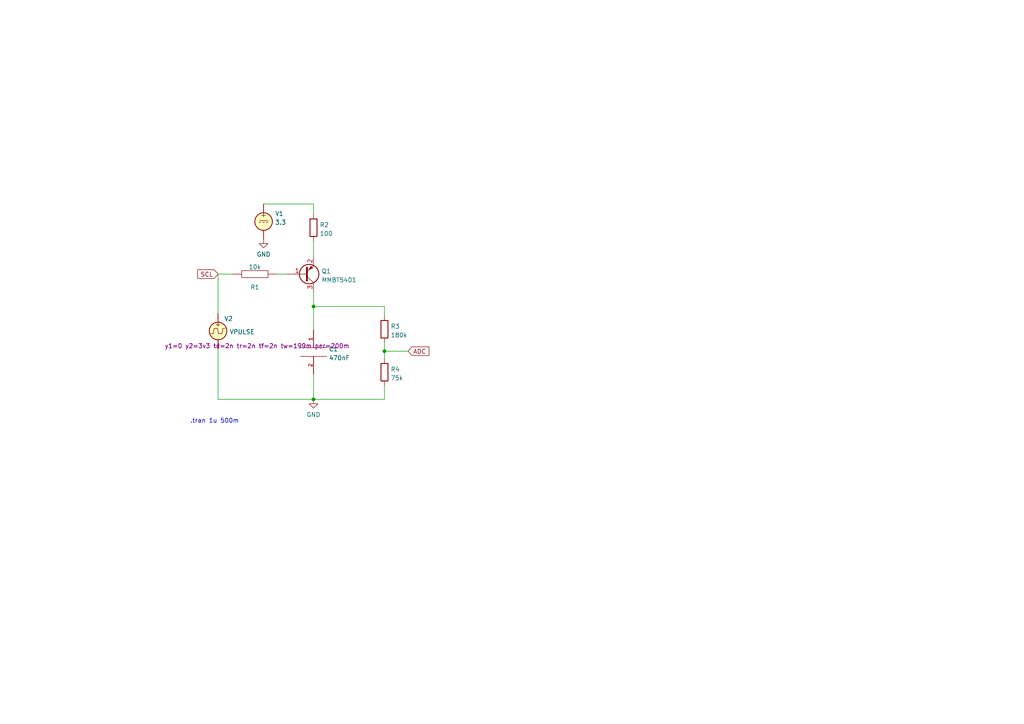
<source format=kicad_sch>
(kicad_sch (version 20211123) (generator eeschema)
  (paper "A4")
  (lib_symbols
    (symbol "Device:R" (pin_numbers hide) (pin_names (offset 0))
      (property "Reference" "R" (at 2.032 0 90))
      (property "Value" "R" (at 0 0 90))
      (symbol "R_0_1"
        (rectangle (start -1.016 -2.54) (end 1.016 2.54) (stroke (width 0.254)))
      )
      (symbol "R_1_1"
        (pin passive line (at 0 3.81 270) (length 1.27) (name "~") (number "1"))
        (pin passive line (at 0 -3.81 90) (length 1.27) (name "~") (number "2"))
      )
    )
    (symbol "Simulation_SPICE:VDC" (pin_numbers hide) (pin_names (offset 0.0254))
      (property "Reference" "V" (at 2.54 2.54 0))
      (property "Value" "VDC" (at 2.54 0 0))
      (property "Spice_Model" "dc(1)" (at 2.54 -2.54 0))
      (symbol "VDC_0_0"
        (polyline (pts (xy -1.27 0.254) (xy 1.27 0.254)))
        (polyline (pts (xy -0.762 -0.254) (xy -1.27 -0.254)))
        (polyline (pts (xy 0.254 -0.254) (xy -0.254 -0.254)))
        (polyline (pts (xy 1.27 -0.254) (xy 0.762 -0.254)))
        (text "+" (at 0 1.905 0) (effects (font (size 1.27 1.27))))
      )
      (symbol "VDC_0_1"
        (circle (center 0 0) (radius 2.54) (stroke (width 0.254)) (fill (type background)))
      )
      (symbol "VDC_1_1"
        (pin passive line (at 0 5.08 270) (length 2.54) (name "~") (number "1"))
        (pin passive line (at 0 -5.08 90) (length 2.54) (name "~") (number "2"))
      )
    )
    (symbol "Simulation_SPICE:VPULSE" (pin_numbers hide) (pin_names (offset 0.0254))
      (property "Reference" "V" (at 2.54 2.54 0))
      (property "Value" "VPULSE" (at 2.54 0 0))
      (property "Spice_Model" "pulse(0 1 2n 2n 2n 50n 100n)" (at 2.54 -2.54 0))
      (symbol "VPULSE_0_0"
        (polyline (pts (xy -2.032 -0.762) (xy -1.397 -0.762) (xy -1.143 0.762) (xy -0.127 0.762) (xy 0.127 -0.762) (xy 1.143 -0.762) (xy 1.397 0.762) (xy 2.032 0.762)))
        (text "+" (at 0 1.905 0) (effects (font (size 1.27 1.27))))
      )
      (symbol "VPULSE_0_1"
        (circle (center 0 0) (radius 2.54) (stroke (width 0.254)) (fill (type background)))
      )
      (symbol "VPULSE_1_1"
        (pin passive line (at 0 5.08 270) (length 2.54) (name "~") (number "1"))
        (pin passive line (at 0 -5.08 90) (length 2.54) (name "~") (number "2"))
      )
    )
    (symbol "Transistor_BJT:BC808" (pin_names (offset 0) hide)
      (property "Reference" "Q" (at 5.08 1.905 0))
      (property "Value" "BC808" (at 5.08 0 0))
      (symbol "BC808_0_1"
        (polyline (pts (xy 0.635 0.635) (xy 2.54 2.54)))
        (polyline (pts (xy 0.635 -0.635) (xy 2.54 -2.54) (xy 2.54 -2.54)))
        (polyline (pts (xy 0.635 1.905) (xy 0.635 -1.905) (xy 0.635 -1.905)) (stroke (width 0.508)))
        (polyline (pts (xy 2.286 -1.778) (xy 1.778 -2.286) (xy 1.27 -1.27) (xy 2.286 -1.778) (xy 2.286 -1.778)) (fill (type outline)))
        (circle (center 1.27 0) (radius 2.8194) (stroke (width 0.254)))
      )
      (symbol "BC808_1_1"
        (pin input line (at -5.08 0 0) (length 5.715) (name "B") (number "1"))
        (pin passive line (at 2.54 -5.08 90) (length 2.54) (name "E") (number "2"))
        (pin passive line (at 2.54 5.08 270) (length 2.54) (name "C") (number "3"))
      )
    )
    (symbol "power:GND" (power) (pin_names (offset 0))
      (property "Value" "GND" (at 0 -3.81 0))
      (symbol "GND_0_1"
        (polyline (pts (xy 0 0) (xy 0 -1.27) (xy 1.27 -1.27) (xy 0 -2.54) (xy -1.27 -1.27) (xy 0 -1.27)))
      )
      (symbol "GND_1_1"
        (pin power_in line (at 0 0 270) (length 0) hide (name "GND") (number "1"))
      )
    )
    (symbol "pspice:C" (pin_names (offset 0.254))
      (property "Reference" "C" (at 2.54 3.81 90))
      (property "Value" "C" (at 2.54 -3.81 90))
      (symbol "C_0_1"
        (polyline (pts (xy -3.81 -1.27) (xy 3.81 -1.27)))
        (polyline (pts (xy -3.81 1.27) (xy 3.81 1.27)))
      )
      (symbol "C_1_1"
        (pin passive line (at 0 6.35 270) (length 5.08) (name "~") (number "1"))
        (pin passive line (at 0 -6.35 90) (length 5.08) (name "~") (number "2"))
      )
    )
    (symbol "pspice:R" (pin_numbers hide) (pin_names (offset 0))
      (property "Reference" "R" (at 2.032 0 90))
      (property "Value" "R" (at 0 0 90))
      (symbol "R_0_1"
        (rectangle (start -1.016 3.81) (end 1.016 -3.81))
      )
      (symbol "R_1_1"
        (pin passive line (at 0 6.35 270) (length 2.54) (name "~") (number "1"))
        (pin passive line (at 0 -6.35 90) (length 2.54) (name "~") (number "2"))
      )
    )
  )
  (junction (at 111.506 101.854))
  (junction (at 90.932 115.824))
  (junction (at 90.932 88.9))
  (wire (pts (xy 90.932 108.458) (xy 90.932 115.824)))
  (wire (pts (xy 90.932 59.182) (xy 90.932 62.23)))
  (wire (pts (xy 90.932 88.9) (xy 111.506 88.9)))
  (wire (pts (xy 80.264 79.502) (xy 83.312 79.502)))
  (wire (pts (xy 76.454 59.182) (xy 90.932 59.182)))
  (wire (pts (xy 111.506 111.76) (xy 111.506 115.824)))
  (wire (pts (xy 63.246 115.824) (xy 63.246 101.092)))
  (wire (pts (xy 90.932 84.582) (xy 90.932 88.9)))
  (wire (pts (xy 111.506 88.9) (xy 111.506 91.694)))
  (wire (pts (xy 111.506 99.314) (xy 111.506 101.854)))
  (wire (pts (xy 63.246 115.824) (xy 90.932 115.824)))
  (wire (pts (xy 63.246 79.502) (xy 63.246 90.932)))
  (wire (pts (xy 90.932 115.824) (xy 111.506 115.824)))
  (wire (pts (xy 90.932 95.758) (xy 90.932 88.9)))
  (wire (pts (xy 111.506 101.854) (xy 111.506 104.14)))
  (wire (pts (xy 111.506 101.854) (xy 118.364 101.854)))
  (wire (pts (xy 63.246 79.502) (xy 67.564 79.502)))
  (wire (pts (xy 90.932 69.85) (xy 90.932 74.422)))
  (text ".tran 1u 500m\n" (at 55.118 122.936 0) (effects (font (size 1.27 1.27)) (justify left bottom)))
  (global_label "SCL" (shape input) (at 63.246 79.502 180) (property "Referenzen zwischen Schaltplänen" "${INTERSHEET_REFS}" (effects hide)))
  (global_label "ADC" (shape input) (at 118.364 101.854 0) (property "Referenzen zwischen Schaltplänen" "${INTERSHEET_REFS}" (effects hide)))
  (symbol (lib_id "Transistor_BJT:BC808") (at 88.392 79.502 0) (mirror x) (unit 1)
    (property "Reference" "Q1" (at 93.2434 78.6673 0) (effects (justify left)))
    (property "Value" "MMBT5401" (at 93.2434 81.2042 0) (effects (justify left)))
    (property "Footprint" "Package_TO_SOT_SMD:SOT-23" (effects hide))
    (property "Datasheet" "https://www.onsemi.com/pub/Collateral/BC808-D.pdf" (effects hide))
    (property "Spice_Primitive" "Q" (effects hide))
    (property "Spice_Model" "MMBT5401" (effects hide))
    (property "Spice_Netlist_Enabled" "Y" (effects hide))
    (property "Spice_Lib_File" "spice/MMBT5401.lib" (effects hide))
    (property "Spice_Node_Sequence" "3 1 2" (effects hide))
  )
  (symbol (lib_id "power:GND") (at 90.932 115.824 0) (unit 1)
    (property "Reference" "#PWR0102" (effects hide))
    (property "Value" "GND" (at 90.932 120.2674 0))
  )
  (symbol (lib_id "pspice:R") (at 73.914 79.502 90) (unit 1)
    (property "Reference" "R1" (at 73.914 83.312 90))
    (property "Value" "10k" (at 73.914 77.4501 90))
  )
  (symbol (lib_id "Device:R") (at 90.932 66.04 0) (unit 1)
    (property "Reference" "R2" (at 92.71 65.2053 0) (effects (justify left)))
    (property "Value" "100" (at 92.71 67.7422 0) (effects (justify left)))
    (property "Spice_Primitive" "R" (effects hide))
    (property "Spice_Model" "100" (effects hide))
    (property "Spice_Netlist_Enabled" "Y" (effects hide))
  )
  (symbol (lib_id "Simulation_SPICE:VPULSE") (at 63.246 96.012 0) (unit 1)
    (property "Reference" "V2" (at 65.024 92.456 0) (effects (justify left)))
    (property "Value" "VPULSE" (at 66.548 96.256 0) (effects (justify left)))
    (property "Spice_Netlist_Enabled" "Y" (effects hide))
    (property "Spice_Primitive" "V" (effects hide))
    (property "Spice_Model" "pulse(0 3v3 2n 2n 2n 199m 200m)" (at 47.752 100.33 0) (effects (justify left)))
  )
  (symbol (lib_id "Simulation_SPICE:VDC") (at 76.454 64.262 0) (unit 1)
    (property "Reference" "V1" (at 79.756 61.9691 0) (effects (justify left)))
    (property "Value" "3V3" (at 79.756 64.506 0) (effects (justify left)))
    (property "Spice_Netlist_Enabled" "Y" (effects hide))
    (property "Spice_Primitive" "V" (effects hide))
    (property "Spice_Model" "dc(3.3)" (at 79.756 67.0429 0) (effects (justify left)))
  )
  (symbol (lib_id "Device:R") (at 111.506 107.95 0) (unit 1)
    (property "Reference" "R4" (at 113.284 107.1153 0) (effects (justify left)))
    (property "Value" "75k" (at 113.284 109.6522 0) (effects (justify left)))
    (property "Spice_Primitive" "R" (effects hide))
    (property "Spice_Model" "75k" (effects hide))
    (property "Spice_Netlist_Enabled" "Y" (effects hide))
  )
  (symbol (lib_id "Device:R") (at 111.506 95.504 0) (unit 1)
    (property "Reference" "R3" (at 113.284 94.6693 0) (effects (justify left)))
    (property "Value" "180k" (at 113.284 97.2062 0) (effects (justify left)))
    (property "Spice_Primitive" "R" (effects hide))
    (property "Spice_Model" "180k" (effects hide))
    (property "Spice_Netlist_Enabled" "Y" (effects hide))
  )
  (symbol (lib_id "pspice:C") (at 90.932 102.108 0) (unit 1)
    (property "Reference" "C1" (at 95.377 101.2733 0) (effects (justify left)))
    (property "Value" "470nF" (at 95.377 103.8102 0) (effects (justify left)))
  )
  (symbol (lib_id "power:GND") (at 76.454 69.342 0) (unit 1)
    (property "Reference" "#PWR0101" (effects hide))
    (property "Value" "GND" (at 76.454 73.7854 0))
  )
)
</source>
